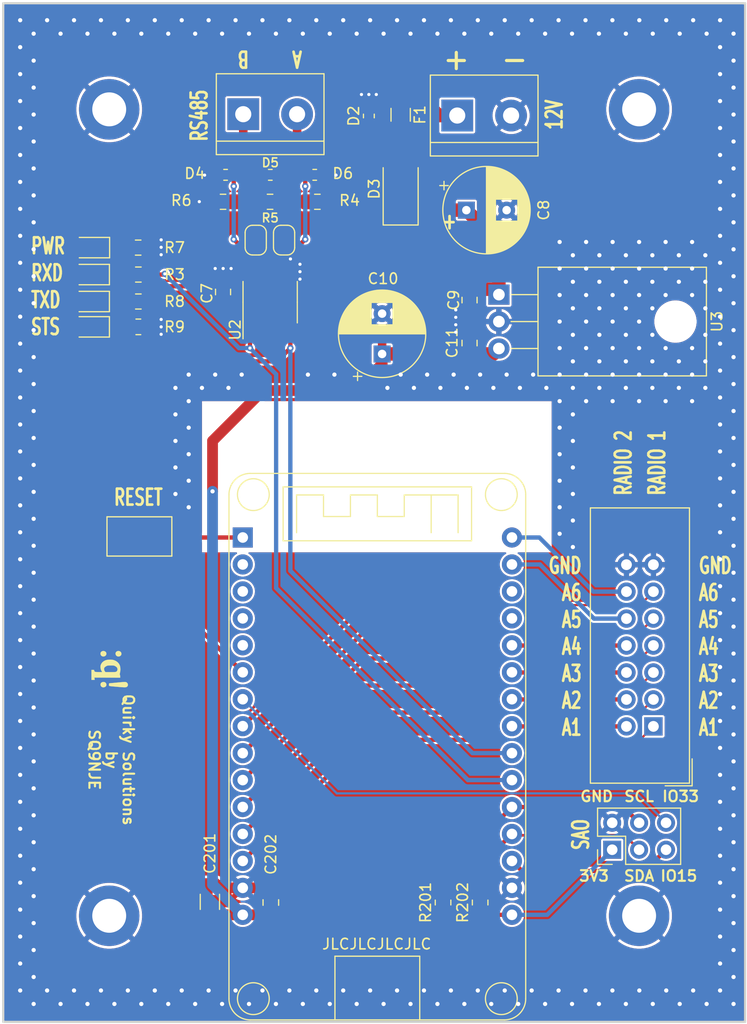
<source format=kicad_pcb>
(kicad_pcb (version 20241229) (generator "pcbnew") (generator_version "9.0")
  (title_block (title "6x2 Matrix Antenna Switch - Interface Module") (date "2025-07-19") (rev "1.1") (company "SQ9NJE Quirky Solutions"))
  (layers (0 "F.Cu" signal) (2 "B.Cu" signal) (13 "F.Paste" user) (15 "B.Paste" user) (5 "F.SilkS" user "F.Silkscreen") (7 "B.SilkS" user "B.Silkscreen") (1 "F.Mask" user) (3 "B.Mask" user) (25 "Edge.Cuts" user))
  (net 0 "")
  (net 1 "GND")
  (net 2 "+5V")
  (net 3 "Net-(D3-K)")
  (net 4 "Net-(D2-A1)")
  (net 5 "Net-(D7-K)")
  (net 6 "Net-(D8-K)")
  (net 7 "Net-(D9-K)")
  (net 8 "Net-(J3-Pin_1)")
  (net 9 "RS485_B")
  (net 10 "RS485_A")
  (net 11 "RXD2")
  (net 12 "TXD2")
  (net 15 "A1R1")
  (net 16 "A1R2")
  (net 17 "A2R1")
  (net 18 "A2R2")
  (net 19 "A3R1")
  (net 20 "A3R2")
  (net 21 "A4R1")
  (net 22 "A4R2")
  (net 23 "A5R1")
  (net 24 "A5R2")
  (net 25 "A6R1")
  (net 26 "A6R2")
  (net 27 "Net-(JP1-Pad2)")
  (net 28 "Net-(JP2-Pad2)")
  (net 33 "Net-(D10-K)")
  (net 34 "Net-(D10-A)")
  (net 35 "/ESP32/SDA")
  (net 36 "/ESP32/SCL")
  (net 37 "+3V3")
  (net 38 "/ESP32/GPIO15")
  (net 39 "/ESP32/GPIO33")
  (net 40 "Net-(U201-EN)")
  (footprint "Capacitor_THT:CP_Radial_D8.0mm_P3.80mm" (layer "F.Cu") (at 143.7 119.5)
    (property "Reference" "C8")
    (property "Value" "100u")
  )
  (footprint "Capacitor_SMD:C_0805_2012Metric_Pad1.15x1.40mm_HandSolder" (layer "F.Cu") (at 144 127.975 -90)
    (property "Reference" "C9")
    (property "Value" "100n")
  )
  (footprint "Capacitor_THT:CP_Radial_D8.0mm_P3.80mm" (layer "F.Cu") (at 135.75 133.052651 90)
    (property "Reference" "C10")
    (property "Value" "100u")
  )
  (footprint "Capacitor_SMD:C_0805_2012Metric_Pad1.15x1.40mm_HandSolder" (layer "F.Cu") (at 144 132.025 90)
    (property "Reference" "C11")
    (property "Value" "100n")
  )
  (footprint "Resistor_SMD:R_0603_1608Metric_Pad1.05x0.95mm_HandSolder" (layer "F.Cu") (at 134.5 110.625 90)
    (property "Reference" "D2")
    (property "Value" "TSDU24V")
  )
  (footprint "Resistor_SMD:R_0603_1608Metric_Pad1.05x0.95mm_HandSolder" (layer "F.Cu") (at 120.982 116.172)
    (property "Reference" "D4")
    (property "Value" "TSDU24V")
  )
  (footprint "Resistor_SMD:R_0603_1608Metric_Pad1.05x0.95mm_HandSolder" (layer "F.Cu") (at 125.201 116.172)
    (property "Reference" "D5")
    (property "Value" "TSDU24V")
  )
  (footprint "Resistor_SMD:R_0603_1608Metric_Pad1.05x0.95mm_HandSolder" (layer "F.Cu") (at 129.392 116.172)
    (property "Reference" "D6")
    (property "Value" "TSDU24V")
  )
  (footprint "LED_SMD:LED_0805_2012Metric_Pad1.15x1.40mm_HandSolder" (layer "F.Cu") (at 108.16 125.57 180)
    (property "Reference" "D7" (hide yes))
    (property "Value" "LED_Small")
  )
  (footprint "LED_SMD:LED_0805_2012Metric_Pad1.15x1.40mm_HandSolder" (layer "F.Cu") (at 108.178 123.03 180)
    (property "Reference" "D8" (hide yes))
    (property "Value" "LED_Small")
  )
  (footprint "LED_SMD:LED_0805_2012Metric_Pad1.15x1.40mm_HandSolder" (layer "F.Cu") (at 108.16 128.11 180)
    (property "Reference" "D9" (hide yes))
    (property "Value" "LED_Small" (hide yes))
  )
  (footprint "Fuse:Fuse_1206_3216Metric_Pad1.42x1.75mm_HandSolder" (layer "F.Cu") (at 137.5 110.5125 -90)
    (property "Reference" "F1")
    (property "Value" "0ZCJ0025AF2E")
  )
  (footprint "TerminalBlock:TerminalBlock_bornier-2_P5.08mm" (layer "F.Cu") (at 142.84 110.584)
    (property "Reference" "J3" (hide yes))
    (property "Value" "Conn_01x02")
  )
  (footprint "TerminalBlock:TerminalBlock_bornier-2_P5.08mm" (layer "F.Cu") (at 122.647 110.457)
    (property "Reference" "J4" (hide yes))
    (property "Value" "Conn_01x02")
  )
  (footprint "Jumper:SolderJumper-2_P1.3mm_Bridged_RoundedPad1.0x1.5mm" (layer "F.Cu") (at 126.5 122.324338 90)
    (property "Reference" "JP1" (hide yes))
    (property "Value" "Jumper_NC_Small" (hide yes))
  )
  (footprint "Resistor_SMD:R_0805_2012Metric_Pad1.15x1.40mm_HandSolder" (layer "F.Cu") (at 112.75 125.57)
    (property "Reference" "R3")
    (property "Value" "2.2k" (hide yes))
  )
  (footprint "Resistor_SMD:R_0805_2012Metric_Pad1.15x1.40mm_HandSolder" (layer "F.Cu") (at 129.641 118.712 180)
    (property "Reference" "R4")
    (property "Value" "1k")
  )
  (footprint "Resistor_SMD:R_0805_2012Metric_Pad1.15x1.40mm_HandSolder" (layer "F.Cu") (at 125.178 118.712 180)
    (property "Reference" "R5")
    (property "Value" "120")
  )
  (footprint "Resistor_SMD:R_0805_2012Metric_Pad1.15x1.40mm_HandSolder" (layer "F.Cu") (at 120.742 118.712 180)
    (property "Reference" "R6")
    (property "Value" "1k")
  )
  (footprint "Resistor_SMD:R_0805_2012Metric_Pad1.15x1.40mm_HandSolder" (layer "F.Cu") (at 112.732 123.03)
    (property "Reference" "R7")
    (property "Value" "2.2k" (hide yes))
  )
  (footprint "Resistor_SMD:R_0805_2012Metric_Pad1.15x1.40mm_HandSolder" (layer "F.Cu") (at 112.75 128.11)
    (property "Reference" "R8")
    (property "Value" "2.2k" (hide yes))
  )
  (footprint "Package_SO:SOIC-8_3.9x4.9mm_P1.27mm" (layer "F.Cu") (at 125.187 128.172 90)
    (property "Reference" "U2")
    (property "Value" "MAX13487" (hide yes))
  )
  (footprint "Package_TO_SOT_THT:TO-220-3_Horizontal_TabDown" (layer "F.Cu") (at 146.77 127.46 -90)
    (property "Reference" "U3")
    (property "Value" "LM7805_TO220")
  )
  (footprint "MountingHole:MountingHole_3.2mm_M3_ISO7380_Pad" (layer "F.Cu") (at 110 110)
    (property "Reference" "H101" (hide yes))
    (property "Value" "MountingHole_Pad" (hide yes))
  )
  (footprint "MountingHole:MountingHole_3.2mm_M3_ISO7380_Pad" (layer "F.Cu") (at 110 186)
    (property "Reference" "H103" (hide yes))
    (property "Value" "MountingHole_Pad" (hide yes))
  )
  (footprint "Capacitor_SMD:C_0805_2012Metric_Pad1.15x1.40mm_HandSolder" (layer "F.Cu") (at 120.742 127.212 -90)
    (property "Reference" "C7")
    (property "Value" "100n" (hide yes))
  )
  (footprint "Jumper:SolderJumper-2_P1.3mm_Bridged_RoundedPad1.0x1.5mm" (layer "F.Cu") (at 123.825 122.324338 90)
    (property "Reference" "JP2" (hide yes))
    (property "Value" "Jumper_NC_Small" (hide yes))
  )
  (footprint "Button_Switch_SMD:SW_SPST_CK_RS282G05A3" (layer "F.Cu") (at 112.85 150.25)
    (property "Reference" "SW1" (hide yes))
    (property "Value" "SW_Push")
  )
  (footprint "Connector_IDC:IDC-Header_2x07_P2.54mm_Vertical" (layer "F.Cu") (at 161.347 168.152 180)
    (property "Reference" "J2" (hide yes))
    (property "Value" "Conn_02x07_Odd_Even" (hide yes))
  )
  (footprint "Diode_SMD:D_SMA" (layer "F.Cu") (at 137.5 117.5 90)
    (property "Reference" "D3")
    (property "Value" "ER1B")
  )
  (footprint "Capacitor_SMD:C_1206_3216Metric_Pad1.33x1.80mm_HandSolder" (layer "F.Cu") (at 119.5 184.6875 90)
    (property "Reference" "C201")
    (property "Value" "22u")
  )
  (footprint "Connector_PinHeader_2.54mm:PinHeader_2x03_P2.54mm_Vertical" (layer "F.Cu") (at 157.46 179.775 90)
    (property "Reference" "J201" (hide yes))
    (property "Value" "Conn_02x03" (hide yes))
  )
  (footprint "MountingHole:MountingHole_3.2mm_M3_ISO7380_Pad" (layer "F.Cu") (at 160 110)
    (property "Reference" "H102" (hide yes))
    (property "Value" "MountingHole_Pad" (hide yes))
  )
  (footprint "Fiducial:Fiducial_1mm_Mask2mm" (layer "F.Cu") (at 105 105)
    (property "Reference" "FID101" (hide yes))
    (property "Value" "Fiducial")
  )
  (footprint "LED_SMD:LED_0805_2012Metric_Pad1.15x1.40mm_HandSolder" (layer "F.Cu") (at 108.16 130.5 180)
    (property "Reference" "D10" (hide yes))
    (property "Value" "LED_Small")
  )
  (footprint "Capacitor_SMD:C_0805_2012Metric_Pad1.18x1.45mm_HandSolder" (layer "F.Cu") (at 125.25 184.75 90)
    (property "Reference" "C202")
    (property "Value" "100n")
  )
  (footprint "MountingHole:MountingHole_3.2mm_M3_ISO7380_Pad" (layer "F.Cu") (at 160 186)
    (property "Reference" "H104" (hide yes))
    (property "Value" "MountingHole_Pad" (hide yes))
  )
  (footprint "QS Logo:qs_logo" (layer "F.Cu") (at 110 162.8 -90)
    (property "Reference" "Ref**" (hide yes))
    (property "Value" "Val**" (hide yes))
  )
  (footprint "Fiducial:Fiducial_1mm_Mask2mm" (layer "F.Cu") (at 105 191)
    (property "Reference" "FID102" (hide yes))
    (property "Value" "Fiducial")
  )
  (footprint "Fiducial:Fiducial_1mm_Mask2mm" (layer "F.Cu") (at 165 105)
    (property "Reference" "FID103" (hide yes))
    (property "Value" "Fiducial")
  )
  (footprint "ESP32 DevKit:esp32_devkit_v1_doit" (layer "F.Cu") (at 135.3 150.35)
    (property "Reference" "U201" (hide yes))
    (property "Value" "~")
  )
  (footprint "Resistor_SMD:R_0805_2012Metric_Pad1.20x1.40mm_HandSolder" (layer "F.Cu") (at 141.5 184.75 90)
    (property "Reference" "R201")
    (property "Value" "10k")
  )
  (footprint "Resistor_SMD:R_0805_2012Metric_Pad1.20x1.40mm_HandSolder" (layer "F.Cu") (at 145 184.75 90)
    (property "Reference" "R202")
    (property "Value" "10k")
  )
  (footprint "Resistor_SMD:R_0805_2012Metric_Pad1.20x1.40mm_HandSolder" (layer "F.Cu") (at 112.75 130.5)
    (property "Reference" "R9")
    (property "Value" "470")
  )
  (gr_line (start 100 100) (end 170 100) (stroke (width 0.2)) (layer "Edge.Cuts"))
  (gr_line (start 170 100) (end 170 196) (stroke (width 0.2)) (layer "Edge.Cuts"))
  (gr_line (start 100 100) (end 100 196) (stroke (width 0.2)) (layer "Edge.Cuts"))
  (gr_line (start 100 196) (end 170 196) (stroke (width 0.2)) (layer "Edge.Cuts"))
  (gr_text "GND" (at 154.705 153.01 0) (layer "F.SilkS") (effects (font (size 1.5 1) (thickness 0.25)) (justify right)))
  (gr_text "A5" (at 165.5 158.09 0) (layer "F.SilkS") (effects (font (size 1.5 1) (thickness 0.25)) (justify left)))
  (gr_text "A6" (at 165.5 155.55 0) (layer "F.SilkS") (effects (font (size 1.5 1) (thickness 0.25)) (justify left)))
  (gr_text "A4" (at 165.5 160.63 0) (layer "F.SilkS") (effects (font (size 1.5 1) (thickness 0.25)) (justify left)))
  (gr_text "A3" (at 165.5 163.17 0) (layer "F.SilkS") (effects (font (size 1.5 1) (thickness 0.25)) (justify left)))
  (gr_text "A1" (at 165.5 168.25 0) (layer "F.SilkS") (effects (font (size 1.5 1) (thickness 0.25)) (justify left)))
  (gr_text "GND" (at 165.5 153.01 0) (layer "F.SilkS") (effects (font (size 1.5 1) (thickness 0.25)) (justify left)))
  (gr_text "A2" (at 165.5 165.71 0) (layer "F.SilkS") (effects (font (size 1.5 1) (thickness 0.25)) (justify left)))
  (gr_text "RESET" (at 112.75 146.567 0) (layer "F.SilkS") (effects (font (size 1.5 1) (thickness 0.25))))
  (gr_text "-" (at 147.193 120.523 0) (layer "F.SilkS") (effects (font (size 1.5 1) (thickness 0.25))))
  (gr_text "12V" (at 152 110.5 90) (layer "F.SilkS") (effects (font (size 1.5 1) (thickness 0.25))))
  (gr_text "IO15" (at 163.75 182.25 0) (layer "F.SilkS") (effects (font (size 1 1) (thickness 0.2) (bold yes))))
  (gr_text "RXD" (at 102.5 125.42 0) (layer "F.SilkS") (effects (font (size 1.5 1) (thickness 0.25)) (justify left)))
  (gr_text "A" (at 127.727001 105.25 180) (layer "F.SilkS") (effects (font (size 1.5 1) (thickness 0.25))))
  (gr_text "+" (at 142.113 120.523 0) (layer "F.SilkS") (effects (font (size 1.5 1) (thickness 0.25))))
  (gr_text "A1" (at 154.705 168.25 0) (layer "F.SilkS") (effects (font (size 1.5 1) (thickness 0.25)) (justify right)))
  (gr_text "3V3" (at 155.75 182.25 0) (layer "F.SilkS") (effects (font (size 1 1) (thickness 0.2) (bold yes))))
  (gr_text "A5" (at 154.705 158.09 0) (layer "F.SilkS") (effects (font (size 1.5 1) (thickness 0.25)) (justify right)))
  (gr_text "A3" (at 154.705 163.17 0) (layer "F.SilkS") (effects (font (size 1.5 1) (thickness 0.25)) (justify right)))
  (gr_text "RS485" (at 118.5 110.584 90) (layer "F.SilkS") (effects (font (size 1.5 1) (thickness 0.25))))
  (gr_text "IO33" (at 163.92 174.75 0) (layer "F.SilkS") (effects (font (size 1 1) (thickness 0.2) (bold yes))))
  (gr_text "SAO" (at 154.5 176.75 90) (layer "F.SilkS") (effects (font (size 1.5 1) (thickness 0.25)) (justify right)))
  (gr_text "JLCJLCJLCJLC" (at 130 189.25 0) (layer "F.SilkS") (effects (font (size 1 1)) (justify left bottom)))
  (gr_text "GND" (at 156 174.75 0) (layer "F.SilkS") (effects (font (size 1 1) (thickness 0.2) (bold yes))))
  (gr_text "B" (at 122.647 105.25 180) (layer "F.SilkS") (effects (font (size 1.5 1) (thickness 0.25))))
  (gr_text "TXD" (at 102.5 127.96 0) (layer "F.SilkS") (effects (font (size 1.5 1) (thickness 0.25)) (justify left)))
  (gr_text "SDA" (at 160 182.25 0) (layer "F.SilkS") (effects (font (size 1 1) (thickness 0.2))))
  (gr_text "STS" (at 102.5 130.5 0) (layer "F.SilkS") (effects (font (size 1.5 1) (thickness 0.25)) (justify left)))
  (gr_text "Quirky Solutions\nby\nSQ9NJE" (at 108 171.3 270) (layer "F.SilkS") (effects (font (size 1 1) (thickness 0.2) (bold yes)) (justify bottom)))
  (gr_text "SCL\n" (at 160 174.75 0) (layer "F.SilkS") (effects (font (size 1 1) (thickness 0.2) (bold yes))))
  (gr_text "A6" (at 154.705 155.55 0) (layer "F.SilkS") (effects (font (size 1.5 1) (thickness 0.25)) (justify right)))
  (gr_text "A2" (at 154.705 165.71 0) (layer "F.SilkS") (effects (font (size 1.5 1) (thickness 0.25)) (justify right)))
  (gr_text "A4" (at 154.705 160.63 0) (layer "F.SilkS") (effects (font (size 1.5 1) (thickness 0.25)) (justify right)))
  (gr_text "RADIO 2" (at 158.515 140.1 90) (layer "F.SilkS") (effects (font (size 1.5 1) (thickness 0.25)) (justify right)))
  (gr_text "PWR" (at 102.5 122.88 0) (layer "F.SilkS") (effects (font (size 1.5 1) (thickness 0.25)) (justify left)))
  (gr_text "+" (at 142.75 105.25 0) (layer "F.SilkS") (effects (font (size 2 2) (thickness 0.3))))
  (gr_text "RADIO 1" (at 161.69 140.1 90) (layer "F.SilkS") (effects (font (size 1.5 1) (thickness 0.25)) (justify right)))
  (gr_text "-" (at 148.25 105.25 0) (layer "F.SilkS") (effects (font (size 2 2) (thickness 0.3))))
  (segment (start 121.12 183.37) (end 122.6 183.37) (width 1.016) (layer "F.Cu") (net 1))
  (segment (start 120.875 183.125) (end 121.12 183.37) (width 1.016) (layer "F.Cu") (net 1))
  (segment (start 124.9075 183.37) (end 125.25 183.7125) (width 1.016) (layer "F.Cu") (net 1))
  (segment (start 122.6 183.37) (end 124.9075 183.37) (width 1.016) (layer "F.Cu") (net 1))
  (segment (start 119.5 183.125) (end 120.875 183.125) (width 1.016) (layer "F.Cu") (net 1))
  (via (at 168.91 113.03) (size 0.8) (drill 0.4) (layers "F.Cu" "B.Cu") (net 1))
  (via (at 133.35 102.87) (size 0.8) (drill 0.4) (layers "F.Cu" "B.Cu") (net 1))
  (via (at 115.57 194.31) (size 0.8) (drill 0.4) (layers "F.Cu" "B.Cu") (net 1))
  (via (at 102.87 184.15) (size 0.8) (drill 0.4) (layers "F.Cu" "B.Cu") (net 1))
  (via (at 152.5 150) (size 0.8) (drill 0.4) (layers "F.Cu" "B.Cu") (net 1))
  (via (at 123.19 194.31) (size 0.8) (drill 0.4) (layers "F.Cu" "B.Cu") (net 1))
  (via (at 139.7 101.6) (size 0.8) (drill 0.4) (layers "F.Cu" "B.Cu") (net 1))
  (via (at 168.91 110.49) (size 0.8) (drill 0.4) (layers "F.Cu" "B.Cu") (net 1))
  (via (at 155 132.5) (size 0.8) (drill 0.4) (layers "F.Cu" "B.Cu") (net 1))
  (via (at 116.25 136.25) (size 0.8) (drill 0.4) (layers "F.Cu" "B.Cu") (net 1))
  (via (at 101.6 124.46) (size 0.8) (drill 0.4) (layers "F.Cu" "B.Cu") (net 1))
  (via (at 156.25 136.25) (size 0.8) (drill 0.4) (layers "F.Cu" "B.Cu") (net 1))
  (via (at 168.91 153.67) (size 0.8) (drill 0.4) (layers "F.Cu" "B.Cu") (net 1))
  (via (at 167.64 109.22) (size 0.8) (drill 0.4) (layers "F.Cu" "B.Cu") (net 1))
  (via (at 143.75 136.25) (size 0.8) (drill 0.4) (layers "F.Cu" "B.Cu") (net 1))
  (via (at 121.5 125) (size 0.6) (drill 0.3) (layers "F.Cu" "B.Cu") (net 1))
  (via (at 157.48 101.6) (size 0.8) (drill 0.4) (layers "F.Cu" "B.Cu") (net 1))
  (via (at 167.64 162.56) (size 0.8) (drill 0.4) (layers "F.Cu" "B.Cu") (net 1))
  (via (at 133.8 108.6) (size 0.6) (drill 0.3) (layers "F.Cu" "B.Cu") (net 1))
  (via (at 152.5 132.5) (size 0.8) (drill 0.4) (layers "F.Cu" "B.Cu") (net 1))
  (via (at 161.25 136.25) (size 0.8) (drill 0.4) (layers "F.Cu" "B.Cu") (net 1))
  (via (at 152.4 101.6) (size 0.8) (drill 0.4) (layers "F.Cu" "B.Cu") (net 1))
  (via (at 168.91 186.69) (size 0.8) (drill 0.4) (layers "F.Cu" "B.Cu") (net 1))
  (via (at 144.78 193.04) (size 0.8) (drill 0.4) (layers "F.Cu" "B.Cu") (net 1))
  (via (at 152.5 127.5) (size 0.8) (drill 0.4) (layers "F.Cu" "B.Cu") (net 1))
  (via (at 158.75 102.87) (size 0.8) (drill 0.4) (layers "F.Cu" "B.Cu") (net 1))
  (via (at 142.5 135) (size 0.8) (drill 0.4) (layers "F.Cu" "B.Cu") (net 1))
  (via (at 146.05 194.31) (size 0.8) (drill 0.4) (layers "F.Cu" "B.Cu") (net 1))
  (via (at 118.11 194.31) (size 0.8) (drill 0.4) (layers "F.Cu" "B.Cu") (net 1))
  (via (at 102.87 146.05) (size 0.8) (drill 0.4) (layers "F.Cu" "B.Cu") (net 1))
  (via (at 167.64 132.08) (size 0.8) (drill 0.4) (layers "F.Cu" "B.Cu") (net 1))
  (via (at 102.87 168.91) (size 0.8) (drill 0.4) (layers "F.Cu" "B.Cu") (net 1))
  (via (at 155 135) (size 0.8) (drill 0.4) (layers "F.Cu" "B.Cu") (net 1))
  (via (at 167.64 104.14) (size 0.8) (drill 0.4) (layers "F.Cu" "B.Cu") (net 1))
  (via (at 156.21 102.87) (size 0.8) (drill 0.4) (layers "F.Cu" "B.Cu") (net 1))
  (via (at 166.25 136.25) (size 0.8) (drill 0.4) (layers "F.Cu" "B.Cu") (net 1))
  (via (at 102.87 107.95) (size 0.8) (drill 0.4) (layers "F.Cu" "B.Cu") (net 1))
  (via (at 168.91 118.11) (size 0.8) (drill 0.4) (layers "F.Cu" "B.Cu") (net 1))
  (via (at 119.38 193.04) (size 0.8) (drill 0.4) (layers "F.Cu" "B.Cu") (net 1))
  (via (at 168.91 171.45) (size 0.8) (drill 0.4) (layers "F.Cu" "B.Cu") (net 1))
  (via (at 113.03 102.87) (size 0.8) (drill 0.4) (layers "F.Cu" "B.Cu") (net 1))
  (via (at 167.64 114.3) (size 0.8) (drill 0.4) (layers "F.Cu" "B.Cu") (net 1))
  (via (at 101.6 139.7) (size 0.8) (drill 0.4) (layers "F.Cu" "B.Cu") (net 1))
  (via (at 158.75 128.75) (size 0.8) (drill 0.4) (layers "F.Cu" "B.Cu") (net 1))
  (via (at 158.75 123.75) (size 0.8) (drill 0.4) (layers "F.Cu" "B.Cu") (net 1))
  (via (at 102.87 158.75) (size 0.8) (drill 0.4) (layers "F.Cu" "B.Cu") (net 1))
  (via (at 102.87 128.27) (size 0.8) (drill 0.4) (layers "F.Cu" "B.Cu") (net 1))
  (via (at 142.24 193.04) (size 0.8) (drill 0.4) (layers "F.Cu" "B.Cu") (net 1))
  (via (at 114.9 122.3) (size 0.6) (drill 0.3) (layers "F.Cu" "B.Cu") (net 1))
  (via (at 153.75 136.25) (size 0.8) (drill 0.4) (layers "F.Cu" "B.Cu") (net 1))
  (via (at 142.7 131) (size 0.6) (drill 0.3) (layers "F.Cu" "B.Cu") (net 1))
  (via (at 167.64 127) (size 0.8) (drill 0.4) (layers "F.Cu" "B.Cu") (net 1))
  (via (at 168.91 166.37) (size 0.8) (drill 0.4) (layers "F.Cu" "B.Cu") (net 1))
  (via (at 101.6 106.68) (size 0.8) (drill 0.4) (layers "F.Cu" "B.Cu") (net 1))
  (via (at 117.5 140) (size 0.8) (drill 0.4) (layers "F.Cu" "B.Cu") (net 1))
  (via (at 160.02 193.04) (size 0.8) (drill 0.4) (layers "F.Cu" "B.Cu") (net 1))
  (via (at 110.49 102.87) (size 0.8) (drill 0.4) (layers "F.Cu" "B.Cu") (net 1))
  (via (at 168.91 123.19) (size 0.8) (drill 0.4) (layers "F.Cu" "B.Cu") (net 1))
  (via (at 168.91 173.99) (size 0.8) (drill 0.4) (layers "F.Cu" "B.Cu") (net 1))
  (via (at 154.94 101.6) (size 0.8) (drill 0.4) (layers "F.Cu" "B.Cu") (net 1))
  (via (at 161.25 126.25) (size 0.8) (drill 0.4) (layers "F.Cu" "B.Cu") (net 1))
  (via (at 101.6 154.94) (size 0.8) (drill 0.4) (layers "F.Cu" "B.Cu") (net 1))
  (via (at 163.83 194.31) (size 0.8) (drill 0.4) (layers "F.Cu" "B.Cu") (net 1))
  (via (at 148.59 102.87) (size 0.8) (drill 0.4) (layers "F.Cu" "B.Cu") (net 1))
  (via (at 156.25 133.75) (size 0.8) (drill 0.4) (layers "F.Cu" "B.Cu") (net 1))
  (via (at 133.35 194.31) (size 0.8) (drill 0.4) (layers "F.Cu" "B.Cu") (net 1))
  (via (at 102.87 140.97) (size 0.8) (drill 0.4) (layers "F.Cu" "B.Cu") (net 1))
  (via (at 168.91 156.21) (size 0.8) (drill 0.4) (layers "F.Cu" "B.Cu") (net 1))
  (via (at 152.4 193.04) (size 0.8) (drill 0.4) (layers "F.Cu" "B.Cu") (net 1))
  (via (at 138.43 102.87) (size 0.8) (drill 0.4) (layers "F.Cu" "B.Cu") (net 1))
  (via (at 147.32 193.04) (size 0.8) (drill 0.4) (layers "F.Cu" "B.Cu") (net 1))
  (via (at 114.9 123.7) (size 0.6) (drill 0.3) (layers "F.Cu" "B.Cu") (net 1))
  (via (at 153.75 131.25) (size 0.8) (drill 0.4) (layers "F.Cu" "B.Cu") (net 1))
  (via (at 102.87 163.83) (size 0.8) (drill 0.4) (layers "F.Cu" "B.Cu") (net 1))
  (via (at 106.68 101.6) (size 0.8) (drill 0.4) (layers "F.Cu" "B.Cu") (net 1))
  (via (at 168.91 194.31) (size 0.8) (drill 0.4) (layers "F.Cu" "B.Cu") (net 1))
  (via (at 162.5 135) (size 0.8) (drill 0.4) (layers "F.Cu" "B.Cu") (net 1))
  (via (at 101.6 109.22) (size 0.8) (drill 0.4) (layers "F.Cu" "B.Cu") (net 1))
  (via (at 166.25 126.25) (size 0.8) (drill 0.4) (layers "F.Cu" "B.Cu") (net 1))
  (via (at 120.65 102.87) (size 0.8) (drill 0.4) (layers "F.Cu" "B.Cu") (net 1))
  (via (at 101.6 180.34) (size 0.8) (drill 0.4) (layers "F.Cu" "B.Cu") (net 1))
  (via (at 157.5 137.5) (size 0.8) (drill 0.4) (layers "F.Cu" "B.Cu") (net 1))
  (via (at 163.75 136.25) (size 0.8) (drill 0.4) (layers "F.Cu" "B.Cu") (net 1))
  (via (at 163.75 133.75) (size 0.8) (drill 0.4) (layers "F.Cu" "B.Cu") (net 1))
  (via (at 116.25 146.25) (size 0.8) (drill 0.4) (layers "F.Cu" "B.Cu") (net 1))
  (via (at 155 137.5) (size 0.8) (drill 0.4) (layers "F.Cu" "B.Cu") (net 1))
  (via (at 131.25 135) (size 0.8) (drill 0.4) (layers "F.Cu" "B.Cu") (net 1))
  (via (at 157.48 193.04) (size 0.8) (drill 0.4) (layers "F.Cu" "B.Cu") (net 1))
  (via (at 167.64 157.48) (size 0.8) (drill 0.4) (layers "F.Cu" "B.Cu") (net 1))
  (via (at 161.25 131.25) (size 0.8) (drill 0.4) (layers "F.Cu" "B.Cu") (net 1))
  (via (at 102.87 166.37) (size 0.8) (drill 0.4) (layers "F.Cu" "B.Cu") (net 1))
  (via (at 122.5 135) (size 0.8) (drill 0.4) (layers "F.Cu" "B.Cu") (net 1))
  (via (at 105.41 102.87) (size 0.8) (drill 0.4) (layers "F.Cu" "B.Cu") (net 1))
  (via (at 102.87 115.57) (size 0.8) (drill 0.4) (layers "F.Cu" "B.Cu") (net 1))
  (via (at 160 135) (size 0.8) (drill 0.4) (layers "F.Cu" "B.Cu") (net 1))
  (via (at 134.5 108.6) (size 0.6) (drill 0.3) (layers "F.Cu" "B.Cu") (net 1))
  (via (at 139.7 193.04) (size 0.8) (drill 0.4) (layers "F.Cu" "B.Cu") (net 1))
  (via (at 153.75 141.25) (size 0.8) (drill 0.4) (layers "F.Cu" "B.Cu") (net 1))
  (via (at 127 101.6) (size 0.8) (drill 0.4) (layers "F.Cu" "B.Cu") (net 1))
  (via (at 101.6 177.8) (size 0.8) (drill 0.4) (layers "F.Cu" "B.Cu") (net 1))
  (via (at 168.91 140.97) (size 0.8) (drill 0.4) (layers "F.Cu" "B.Cu") (net 1))
  (via (at 152.5 125) (size 0.8) (drill 0.4) (layers "F.Cu" "B.Cu") (net 1))
  (via (at 120 135) (size 0.8) (drill 0.4) (layers "F.Cu" "B.Cu") (net 1))
  (via (at 102.87 113.03) (size 0.8) (drill 0.4) (layers "F.Cu" "B.Cu") (net 1))
  (via (at 102.87 143.51) (size 0.8) (drill 0.4) (layers "F.Cu" "B.Cu") (net 1))
  (via (at 137.16 101.6) (size 0.8) (drill 0.4) (layers "F.Cu" "B.Cu") (net 1))
  (via (at 102.87 110.49) (size 0.8) (drill 0.4) (layers "F.Cu" "B.Cu") (net 1))
  (via (at 101.6 142.24) (size 0.8) (drill 0.4) (layers "F.Cu" "B.Cu") (net 1))
  (via (at 167.64 160.02) (size 0.8) (drill 0.4) (layers "F.Cu" "B.Cu") (net 1))
  (via (at 167.64 177.8) (size 0.8) (drill 0.4) (layers "F.Cu" "B.Cu") (net 1))
  (via (at 128.27 194.31) (size 0.8) (drill 0.4) (layers "F.Cu" "B.Cu") (net 1))
  (via (at 102.87 189.23) (size 0.8) (drill 0.4) (layers "F.Cu" "B.Cu") (net 1))
  (via (at 168.91 133.35) (size 0.8) (drill 0.4) (layers "F.Cu" "B.Cu") (net 1))
  (via (at 101.6 129.54) (size 0.8) (drill 0.4) (layers "F.Cu" "B.Cu") (net 1))
  (via (at 102.87 102.87) (size 0.8) (drill 0.4) (layers "F.Cu" "B.Cu") (net 1))
  (via (at 129.54 193.04) (size 0.8) (drill 0.4) (layers "F.Cu" "B.Cu") (net 1))
  (via (at 162.5 127.5) (size 0.8) (drill 0.4) (layers "F.Cu" "B.Cu") (net 1))
  (via (at 165 122.5) (size 0.8) (drill 0.4) (layers "F.Cu" "B.Cu") (net 1))
  (via (at 168.91 130.81) (size 0.8) (drill 0.4) (layers "F.Cu" "B.Cu") (net 1))
  (via (at 124.46 193.04) (size 0.8) (drill 0.4) (layers "F.Cu" "B.Cu") (net 1))
  (via (at 120.75 125) (size 0.6) (drill 0.3) (layers "F.Cu" "B.Cu") (net 1))
  (via (at 123.19 102.87) (size 0.8) (drill 0.4) (layers "F.Cu" "B.Cu") (net 1))
  (via (at 160 137.5) (size 0.8) (drill 0.4) (layers "F.Cu" "B.Cu") (net 1))
  (via (at 163.83 102.87) (size 0.8) (drill 0.4) (layers "F.Cu" "B.Cu") (net 1))
  (via (at 167.64 187.96) (size 0.8) (drill 0.4) (layers "F.Cu" "B.Cu") (net 1))
  (via (at 168.91 146.05) (size 0.8) (drill 0.4) (layers "F.Cu" "B.Cu") (net 1))
  (via (at 158.75 194.31) (size 0.8) (drill 0.4) (layers "F.Cu" "B.Cu") (net 1))
  (via (at 101.6 160.02) (size 0.8) (drill 0.4) (layers "F.Cu" "B.Cu") (net 1))
  (via (at 167.64 106.68) (size 0.8) (drill 0.4) (layers "F.Cu" "B.Cu") (net 1))
  (via (at 110.49 194.31) (size 0.8) (drill 0.4) (layers "F.Cu" "B.Cu") (net 1))
  (via (at 167.64 119.38) (size 0.8) (drill 0.4) (layers "F.Cu" "B.Cu") (net 1))
  (via (at 166.25 131.25) (size 0.8) (drill 0.4) (layers "F.Cu" "B.Cu") (net 1))
  (via (at 142.24 101.6) (size 0.8) (drill 0.4) (layers "F.Cu" "B.Cu") (net 1))
  (via (at 121.92 193.04) (size 0.8) (drill 0.4) (layers "F.Cu" "B.Cu") (net 1))
  (via (at 116.84 101.6) (size 0.8) (drill 0.4) (layers "F.Cu" "B.Cu") (net 1))
  (via (at 165.1 101.6) (size 0.8) (drill 0.4) (layers "F.Cu" "B.Cu") (net 1))
  (via (at 141.25 136.25) (size 0.8) (drill 0.4) (layers "F.Cu" "B.Cu") (net 1))
  (via (at 149.86 101.6) (size 0.8) (drill 0.4) (layers "F.Cu" "B.Cu") (net 1))
  (via (at 156.21 194.31) (size 0.8) (drill 0.4) (layers "F.Cu" "B.Cu") (net 1))
  (via (at 158.75 133.75) (size 0.8) (drill 0.4) (layers "F.Cu" "B.Cu") (net 1))
  (via (at 167.64 147.32) (size 0.8) (drill 0.4) (layers "F.Cu" "B.Cu") (net 1))
  (via (at 160 130) (size 0.8) (drill 0.4) (layers "F.Cu" "B.Cu") (net 1))
  (via (at 153.75 148.75) (size 0.8) (drill 0.4) (layers "F.Cu" "B.Cu") (net 1))
  (via (at 157.5 122.5) (size 0.8) (drill 0.4) (layers "F.Cu" "B.Cu") (net 1))
  (via (at 102.87 173.99) (size 0.8) (drill 0.4) (layers "F.Cu" "B.Cu") (net 1))
  (via (at 153.75 146.25) (size 0.8) (drill 0.4) (layers "F.Cu" "B.Cu") (net 1))
  (via (at 109.22 193.04) (size 0.8) (drill 0.4) (layers "F.Cu" "B.Cu") (net 1))
  (via (at 155 125) (size 0.8) (drill 0.4) (layers "F.Cu" "B.Cu") (net 1))
  (via (at 168.91 176.53) (size 0.8) (drill 0.4) (layers "F.Cu" "B.Cu") (net 1))
  (via (at 158.75 131.25) (size 0.8) (drill 0.4) (layers "F.Cu" "B.Cu") (net 1))
  (via (at 117.5 135) (size 0.8) (drill 0.4) (layers "F.Cu" "B.Cu") (net 1))
  (via (at 135.89 194.31) (size 0.8) (drill 0.4) (layers "F.Cu" "B.Cu") (net 1))
  (via (at 165 137.5) (size 0.8) (drill 0.4) (layers "F.Cu" "B.Cu") (net 1))
  (via (at 101.6 111.76) (size 0.8) (drill 0.4) (layers "F.Cu" "B.Cu") (net 1))
  (via (at 142.7 130.3) (size 0.6) (drill 0.3) (layers "F.Cu" "B.Cu") (net 1))
  (via (at 158.75 126.25) (size 0.8) (drill 0.4) (layers "F.Cu" "B.Cu") (net 1))
  (via (at 168.91 148.59) (size 0.8) (drill 0.4) (layers "F.Cu" "B.Cu") (net 1))
  (via (at 114.3 101.6) (size 0.8) (drill 0.4) (layers "F.Cu" "B.Cu") (net 1))
  (via (at 151.25 136.25) (size 0.8) (drill 0.4) (layers "F.Cu" "B.Cu") (net 1))
  (via (at 114.9 130.5) (size 0.6) (drill 0.3) (layers "F.Cu" "B.Cu") (net 1))
  (via (at 124.46 101.6) (size 0.8) (drill 0.4) (layers "F.Cu" "B.Cu") (net 1))
  (via (at 161.25 123.75) (size 0.8) (drill 0.4) (layers "F.Cu" "B.Cu") (net 1))
  (via (at 167.64 124.46) (size 0.8) (drill 0.4) (layers "F.Cu" "B.Cu") (net 1))
  (via (at 153.75 123.75) (size 0.8) (drill 0.4) (layers "F.Cu" "B.Cu") (net 1))
  (via (at 117.5 142.5) (size 0.8) (drill 0.4) (layers "F.Cu" "B.Cu") (net 1))
  (via (at 162.5 132.5) (size 0.8) (drill 0.4) (layers "F.Cu" "B.Cu") (net 1))
  (via (at 160 132.5) (size 0.8) (drill 0.4) (layers "F.Cu" "B.Cu") (net 1))
  (via (at 168.91 191.77) (size 0.8) (drill 0.4) (layers "F.Cu" "B.Cu") (net 1))
  (via (at 101.6 190.5) (size 0.8) (drill 0.4) (layers "F.Cu" "B.Cu") (net 1))
  (via (at 161.25 128.75) (size 0.8) (drill 0.4) (layers "F.Cu" "B.Cu") (net 1))
  (via (at 166.25 128.75) (size 0.8) (drill 0.4) (layers "F.Cu" "B.Cu") (net 1))
  (via (at 167.64 167.64) (size 0.8) (drill 0.4) (layers "F.Cu" "B.Cu") (net 1))
  (via (at 134.62 193.04) (size 0.8) (drill 0.4) (layers "F.Cu" "B.Cu") (net 1))
  (via (at 158.75 136.25) (size 0.8) (drill 0.4) (layers "F.Cu" "B.Cu") (net 1))
  (via (at 119.38 101.6) (size 0.8) (drill 0.4) (layers "F.Cu" "B.Cu") (net 1))
  (via (at 102.87 151.13) (size 0.8) (drill 0.4) (layers "F.Cu" "B.Cu") (net 1))
  (via (at 157.5 130) (size 0.8) (drill 0.4) (layers "F.Cu" "B.Cu") (net 1))
  (via (at 102.87 179.07) (size 0.8) (drill 0.4) (layers "F.Cu" "B.Cu") (net 1))
  (via (at 102.87 194.31) (size 0.8) (drill 0.4) (layers "F.Cu" "B.Cu") (net 1))
  (via (at 143.51 194.31) (size 0.8) (drill 0.4) (layers "F.Cu" "B.Cu") (net 1))
  (via (at 101.6 114.3) (size 0.8) (drill 0.4) (layers "F.Cu" "B.Cu") (net 1))
  (via (at 153.75 138.75) (size 0.8) (drill 0.4) (layers "F.Cu" "B.Cu") (net 1))
  (via (at 152.5 137.5) (size 0.8) (drill 0.4) (layers "F.Cu" "B.Cu") (net 1))
  (via (at 102.87 130.81) (size 0.8) (drill 0.4) (layers "F.Cu" "B.Cu") (net 1))
  (via (at 118.75 136.25) (size 0.8) (drill 0.4) (layers "F.Cu" "B.Cu") (net 1))
  (via (at 101.6 147.32) (size 0.8) (drill 0.4) (layers "F.Cu" "B.Cu") (net 1))
  (via (at 132.08 101.6) (size 0.8) (drill 0.4) (layers "F.Cu" "B.Cu") (net 1))
  (via (at 101.6 193.04) (size 0.8) (drill 0.4) (layers "F.Cu" "B.Cu") (net 1))
  (via (at 167.64 165.1) (size 0.8) (drill 0.4) (layers "F.Cu" "B.Cu") (net 1))
  (via (at 117.5 145) (size 0.8) (drill 0.4) (layers "F.Cu" "B.Cu") (net 1))
  (via (at 156.25 126.25) (size 0.8) (drill 0.4) (layers "F.Cu" "B.Cu") (net 1))
  (via (at 101.6 144.78) (size 0.8) (drill 0.4) (layers "F.Cu" "B.Cu") (net 1))
  (via (at 155 130) (size 0.8) (drill 0.4) (layers "F.Cu" "B.Cu") (net 1))
  (via (at 168.91 161.29) (size 0.8) (drill 0.4) (layers "F.Cu" "B.Cu") (net 1))
  (via (at 129.54 101.6) (size 0.8) (drill 0.4) (layers "F.Cu" "B.Cu") (net 1))
  (via (at 157.5 125) (size 0.8) (drill 0.4) (layers "F.Cu" "B.Cu") (net 1))
  (via (at 128 126) (size 0.6) (drill 0.3) (layers "F.Cu" "B.Cu") (net 1))
  (via (at 152.5 140) (size 0.8) (drill 0.4) (layers "F.Cu" "B.Cu") (net 1))
  (via (at 125.73 102.87) (size 0.8) (drill 0.4) (layers "F.Cu" "B.Cu") (net 1))
  (via (at 101.6 175.26) (size 0.8) (drill 0.4) (layers "F.Cu" "B.Cu") (net 1))
  (via (at 168.91 102.87) (size 0.8) (drill 0.4) (layers "F.Cu" "B.Cu") (net 1))
  (via (at 153.67 194.31) (size 0.8) (drill 0.4) (layers "F.Cu" "B.Cu") (net 1))
  (via (at 101.6 162.56) (size 0.8) (drill 0.4) (layers "F.Cu" "B.Cu") (net 1))
  (via (at 168.91 158.75) (size 0.8) (drill 0.4) (layers "F.Cu" "B.Cu") (net 1))
  (via (at 162.56 193.04) (size 0.8) (drill 0.4) (layers "F.Cu" "B.Cu") (net 1))
  (via (at 118.11 102.87) (size 0.8) (drill 0.4) (layers "F.Cu" "B.Cu") (net 1))
  (via (at 151.13 102.87) (size 0.8) (drill 0.4) (layers "F.Cu" "B.Cu") (net 1))
  (via (at 168.91 135.89) (size 0.8) (drill 0.4) (layers "F.Cu" "B.Cu") (net 1))
  (via (at 107.95 102.87) (size 0.8) (drill 0.4) (layers "F.Cu" "B.Cu") (net 1))
  (via (at 130.81 194.31) (size 0.8) (drill 0.4) (layers "F.Cu" "B.Cu") (net 1))
  (via (at 101.6 157.48) (size 0.8) (drill 0.4) (layers "F.Cu" "B.Cu") (net 1))
  (via (at 150 135) (size 0.8) (drill 0.4) (layers "F.Cu" "B.Cu") (net 1))
  (via (at 111.76 193.04) (size 0.8) (drill 0.4) (layers "F.Cu" "B.Cu") (net 1))
  (via (at 148.59 194.31) (size 0.8) (drill 0.4) (layers "F.Cu" "B.Cu") (net 1))
  (via (at 111.76 101.6) (size 0.8) (drill 0.4) (layers "F.Cu" "B.Cu") (net 1))
  (via (at 153.75 151.25) (size 0.8) (drill 0.4) (layers "F.Cu" "B.Cu") (net 1))
  (via (at 152.5 135) (size 0.8) (drill 0.4) (layers "F.Cu" "B.Cu") (net 1))
  (via (at 153.75 128.75) (size 0.8) (drill 0.4) (layers "F.Cu" "B.Cu") (net 1))
  (via (at 160 125) (size 0.8) (drill 0.4) (layers "F.Cu" "B.Cu") (net 1))
  (via (at 114.9 129.8) (size 0.6) (drill 0.3) (layers "F.Cu" "B.Cu") (net 1))
  (via (at 116.25 138.75) (size 0.8) (drill 0.4) (layers "F.Cu" "B.Cu") (net 1))
  (via (at 168.91 107.95) (size 0.8) (drill 0.4) (layers "F.Cu" "B.Cu") (net 1))
  (via (at 102.87 191.77) (size 0.8) (drill 0.4) (layers "F.Cu" "B.Cu") (net 1))
  (via (at 168.91 189.23) (size 0.8) (drill 0.4) (layers "F.Cu" "B.Cu") (net 1))
  (via (at 153.75 133.75) (size 0.8) (drill 0.4) (layers "F.Cu" "B.Cu") (net 1))
  (via (at 136.25 136.25) (size 0.8) (drill 0.4) (layers "F.Cu" "B.Cu") (net 1))
  (via (at 142.7 128.9) (size 0.6) (drill 0.3) (layers "F.Cu" "B.Cu") (net 1))
  (via (at 143.51 102.87) (size 0.8) (drill 0.4) (layers "F.Cu" "B.Cu") (net 1))
  (via (at 167.64 137.16) (size 0.8) (drill 0.4) (layers "F.Cu" "B.Cu") (net 1))
  (via (at 131.4 116.2) (size 0.6) (drill 0.3) (layers "F.Cu" "B.Cu") (net 1))
  (via (at 167.64 142.24) (size 0.8) (drill 0.4) (layers "F.Cu" "B.Cu") (net 1))
  (via (at 157.5 132.5) (size 0.8) (drill 0.4) (layers "F.Cu" "B.Cu") (net 1))
  (via (at 138.43 194.31) (size 0.8) (drill 0.4) (layers "F.Cu" "B.Cu") (net 1))
  (via (at 118.5 118.7) (size 0.6) (drill 0.3) (layers "F.Cu" "B.Cu") (net 1))
  (via (at 155 127.5) (size 0.8) (drill 0.4) (layers "F.Cu" "B.Cu") (net 1))
  (via (at 162.5 137.5) (size 0.8) (drill 0.4) (layers "F.Cu" "B.Cu") (net 1))
  (via (at 101.6 127) (size 0.8) (drill 0.4) (layers "F.Cu" "B.Cu") (net 1))
  (via (at 168.91 120.65) (size 0.8) (drill 0.4) (layers "F.Cu" "B.Cu") (net 1))
  (via (at 146.25 136.25) (size 0.8) (drill 0.4) (layers "F.Cu" "B.Cu") (net 1))
  (via (at 137.16 193.04) (size 0.8) (drill 0.4) (layers "F.Cu" "B.Cu") (net 1))
  (via (at 149.86 193.04) (size 0.8) (drill 0.4) (layers "F.Cu" "B.Cu") (net 1))
  (via (at 153.75 143.75) (size 0.8) (drill 0.4) (layers "F.Cu" "B.Cu") (net 1))
  (via (at 104.14 193.04) (size 0.8) (drill 0.4) (layers "F.Cu" "B.Cu") (net 1))
  (via (at 101.6 104.14) (size 0.8) (drill 0.4) (layers "F.Cu" "B.Cu") (net 1))
  (via (at 167.64 154.94) (size 0.8) (drill 0.4) (layers "F.Cu" "B.Cu") (net 1))
  (via (at 114.9 131.2) (size 0.6) (drill 0.3) (layers "F.Cu" "B.Cu") (net 1))
  (via (at 162.5 125) (size 0.8) (drill 0.4) (layers "F.Cu" "B.Cu") (net 1))
  (via (at 102.87 138.43) (size 0.8) (drill 0.4) (layers "F.Cu" "B.Cu") (net 1))
  (via (at 119 116.2) (size 0.6) (drill 0.3) (layers "F.Cu" "B.Cu") (net 1))
  (via (at 167.64 152.4) (size 0.8) (drill 0.4) (layers "F.Cu" "B.Cu") (net 1))
  (via (at 101.6 167.64) (size 0.8) (drill 0.4) (layers "F.Cu" "B.Cu") (net 1))
  (via (at 161.29 194.31) (size 0.8) (drill 0.4) (layers "F.Cu" "B.Cu") (net 1))
  (via (at 128 124.6) (size 0.6) (drill 0.3) (layers "F.Cu" "B.Cu") (net 1))
  (via (at 121.25 136.25) (size 0.8) (drill 0.4) (layers "F.Cu" "B.Cu") (net 1))
  (via (at 101.6 170.18) (size 0.8) (drill 0.4) (layers "F.Cu" "B.Cu") (net 1))
  (via (at 102.87 171.45) (size 0.8) (drill 0.4) (layers "F.Cu" "B.Cu") (net 1))
  (via (at 167.64 134.62) (size 0.8) (drill 0.4) (layers "F.Cu" "B.Cu") (net 1))
  (via (at 127 193.04) (size 0.8) (drill 0.4) (layers "F.Cu" "B.Cu") (net 1))
  (via (at 102.87 133.35) (size 0.8) (drill 0.4) (layers "F.Cu" "B.Cu") (net 1))
  (via (at 166.25 123.75) (size 0.8) (drill 0.4) (layers "F.Cu" "B.Cu") (net 1))
  (via (at 130.81 102.87) (size 0.8) (drill 0.4) (layers "F.Cu" "B.Cu") (net 1))
  (via (at 101.6 132.08) (size 0.8) (drill 0.4) (layers "F.Cu" "B.Cu") (net 1))
  (via (at 102.87 181.61) (size 0.8) (drill 0.4) (layers "F.Cu" "B.Cu") (net 1))
  (via (at 101.6 152.4) (size 0.8) (drill 0.4) (layers "F.Cu" "B.Cu") (net 1))
  (via (at 102.87 176.53) (size 0.8) (drill 0.4) (layers "F.Cu" "B.Cu") (net 1))
  (via (at 117.5 137.5) (size 0.8) (drill 0.4) (layers "F.Cu" "B.Cu") (net 1))
  (via (at 113.03 194.31) (size 0.8) (drill 0.4) (layers "F.Cu" "B.Cu") (net 1))
  (via (at 160 127.5) (size 0.8) (drill 0.4) (layers "F.Cu" "B.Cu") (net 1))
  (via (at 166.37 194.31) (size 0.8) (drill 0.4) (layers "F.Cu" "B.Cu") (net 1))
  (via (at 120.65 194.31) (size 0.8) (drill 0.4) (layers "F.Cu" "B.Cu") (net 1))
  (via (at 160 122.5) (size 0.8) (drill 0.4) (layers "F.Cu" "B.Cu") (net 1))
  (via (at 168.91 181.61) (size 0.8) (drill 0.4) (layers "F.Cu" "B.Cu") (net 1))
  (via (at 163.75 123.75) (size 0.8) (drill 0.4) (layers "F.Cu" "B.Cu") (net 1))
  (via (at 152.5 147.5) (size 0.8) (drill 0.4) (layers "F.Cu" "B.Cu") (net 1))
  (via (at 101.6 185.42) (size 0.8) (drill 0.4) (layers "F.Cu" "B.Cu") (net 1))
  (via (at 101.6 187.96) (size 0.8) (drill 0.4) (layers "F.Cu" "B.Cu") (net 1))
  (via (at 165 132.5) (size 0.8) (drill 0.4) (layers "F.Cu" "B.Cu") (net 1))
  (via (at 167.64 121.92) (size 0.8) (drill 0.4) (layers "F.Cu" "B.Cu") (net 1))
  (via (at 160.02 101.6) (size 0.8) (drill 0.4) (layers "F.Cu" "B.Cu") (net 1))
  (via (at 165 127.5) (size 0.8) (drill 0.4) (layers "F.Cu" "B.Cu") (net 1))
  (via (at 153.75 126.25) (size 0.8) (drill 0.4) (layers "F.Cu" "B.Cu") (net 1))
  (via (at 153.67 102.87) (size 0.8) (drill 0.4) (layers "F.Cu" "B.Cu") (net 1))
  (via (at 147.5 135) (size 0.8) (drill 0.4) (layers "F.Cu" "B.Cu") (net 1))
  (via (at 102.87 148.59) (size 0.8) (drill 0.4) (layers "F.Cu" "B.Cu") (net 1))
  (via (at 168.91 138.43) (size 0.8) (drill 0.4) (layers "F.Cu" "B.Cu") (net 1))
  (via (at 105.41 194.31) (size 0.8) (drill 0.4) (layers "F.Cu" "B.Cu") (net 1))
  (via (at 165 125) (size 0.8) (drill 0.4) (layers "F.Cu" "B.Cu") (net 1))
  (via (at 101.6 137.16) (size 0.8) (drill 0.4) (layers "F.Cu" "B.Cu") (net 1))
  (via (at 152.5 145) (size 0.8) (drill 0.4) (layers "F.Cu" "B.Cu") (net 1))
  (via (at 102.87 120.65) (size 0.8) (drill 0.4) (layers "F.Cu" "B.Cu") (net 1))
  (via (at 167.64 116.84) (size 0.8) (drill 0.4) (layers "F.Cu" "B.Cu") (net 1))
  (via (at 101.6 149.86) (size 0.8) (drill 0.4) (layers "F.Cu" "B.Cu") (net 1))
  (via (at 101.6 134.62) (size 0.8) (drill 0.4) (layers "F.Cu" "B.Cu") (net 1))
  (via (at 138.75 136.25) (size 0.8) (drill 0.4) (layers "F.Cu" "B.Cu") (net 1))
  (via (at 102.87 161.29) (size 0.8) (drill 0.4) (layers "F.Cu" "B.Cu") (net 1))
  (via (at 157.5 127.5) (size 0.8) (drill 0.4) (layers "F.Cu" "B.Cu") (net 1))
  (via (at 116.84 193.04) (size 0.8) (drill 0.4) (layers "F.Cu" "B.Cu") (net 1))
  (via (at 168.91 125.73) (size 0.8) (drill 0.4) (layers "F.Cu" "B.Cu") (net 1))
  (via (at 116.25 141.25) (size 0.8) (drill 0.4) (layers "F.Cu" "B.Cu") (net 1))
  (via (at 101.6 101.6) (size 0.8) (drill 0.4) (layers "F.Cu" "B.Cu") (net 1))
  (via (at 161.25 133.75) (size 0.8) (drill 0.4) (layers "F.Cu" "B.Cu") (net 1))
  (via (at 140.97 194.31) (size 0.8) (drill 0.4) (layers "F.Cu" "B.Cu") (net 1))
  (via (at 145 135) (size 0.8) (drill 0.4) (layers "F.Cu" "B.Cu") (net 1))
  (via (at 102.87 135.89) (size 0.8) (drill 0.4) (layers "F.Cu" "B.Cu") (net 1))
  (via (at 166.25 133.75) (size 0.8) (drill 0.4) (layers "F.Cu" "B.Cu") (net 1))
  (via (at 167.64 139.7) (size 0.8) (drill 0.4) (layers "F.Cu" "B.Cu") (net 1))
  (via (at 140 135) (size 0.8) (drill 0.4) (layers "F.Cu" "B.Cu") (net 1))
  (via (at 165.1 193.04) (size 0.8) (drill 0.4) (layers "F.Cu" "B.Cu") (net 1))
  (via (at 168.91 128.27) (size 0.8) (drill 0.4) (layers "F.Cu" "B.Cu") (net 1))
  (via (at 155 122.5) (size 0.8) (drill 0.4) (layers "F.Cu" "B.Cu") (net 1))
  (via (at 147.32 101.6) (size 0.8) (drill 0.4) (layers "F.Cu" "B.Cu") (net 1))
  (via (at 167.64 111.76) (size 0.8) (drill 0.4) (layers "F.Cu" "B.Cu") (net 1))
  (via (at 167.64 144.78) (size 0.8) (drill 0.4) (layers "F.Cu" "B.Cu") (net 1))
  (via (at 135.89 102.87) (size 0.8) (drill 0.4) (layers "F.Cu" "B.Cu") (net 1))
  (via (at 116.25 143.75) (size 0.8) (drill 0.4) (layers "F.Cu" "B.Cu") (net 1))
  (via (at 151.13 194.31) (size 0.8) (drill 0.4) (layers "F.Cu" "B.Cu") (net 1))
  (via (at 167.64 193.04) (size 0.8) (drill 0.4) (layers "F.Cu" "B.Cu") (net 1))
  (via (at 162.56 101.6) (size 0.8) (drill 0.4) (layers "F.Cu" "B.Cu") (net 1))
  (via (at 117.5 147.5) (size 0.8) (drill 0.4) (layers "F.Cu" "B.Cu") (net 1))
  (via (at 161.29 102.87) (size 0.8) (drill 0.4) (layers "F.Cu" "B.Cu") (net 1))
  (via (at 168.91 143.51) (size 0.8) (drill 0.4) (layers "F.Cu" "B.Cu") (net 1))
  (via (at 127.1 124.1) (size 0.6) (drill 0.3) (layers "F.Cu" "B.Cu") (net 1))
  (via (at 152.5 122.5) (size 0.8) (drill 0.4) (layers "F.Cu" "B.Cu") (net 1))
  (via (at 144.78 101.6) (size 0.8) (drill 0.4) (layers "F.Cu" "B.Cu") (net 1))
  (via (at 134.62 101.6) (size 0.8) (drill 0.4) (layers "F.Cu" "B.Cu") (net 1))
  (via (at 102.87 118.11) (size 0.8) (drill 0.4) (layers "F.Cu" "B.Cu") (net 1))
  (via (at 167.64 182.88) (size 0.8) (drill 0.4) (layers "F.Cu" "B.Cu") (net 1))
  (via (at 165 135) (size 0.8) (drill 0.4) (layers "F.Cu" "B.Cu") (net 1))
  (via (at 167.64 149.86) (size 0.8) (drill 0.4) (layers "F.Cu" "B.Cu") (net 1))
  (via (at 135.2 108.6) (size 0.6) (drill 0.3) (layers "F.Cu" "B.Cu") (net 1))
  (via (at 120 125) (size 0.6) (drill 0.3) (layers "F.Cu" "B.Cu") (net 1))
  (via (at 115.57 102.87) (size 0.8) (drill 0.4) (layers "F.Cu" "B.Cu") (net 1))
  (via (at 102.87 156.21) (size 0.8) (drill 0.4) (layers "F.Cu" "B.Cu") (net 1))
  (via (at 167.64 190.5) (size 0.8) (drill 0.4) (layers "F.Cu" "B.Cu") (net 1))
  (via (at 140.97 102.87) (size 0.8) (drill 0.4) (layers "F.Cu" "B.Cu") (net 1))
  (via (at 168.91 184.15) (size 0.8) (drill 0.4) (layers "F.Cu" "B.Cu") (net 1))
  (via (at 102.87 153.67) (size 0.8) (drill 0.4) (layers "F.Cu" "B.Cu") (net 1))
  (via (at 114.3 193.04) (size 0.8) (drill 0.4) (layers "F.Cu" "B.Cu") (net 1))
  (via (at 162.5 122.5) (size 0.8) (drill 0.4) (layers "F.Cu" "B.Cu") (net 1))
  (via (at 167.64 101.6) (size 0.8) (drill 0.4) (layers "F.Cu" "B.Cu") (net 1))
  (via (at 157.5 135) (size 0.8) (drill 0.4) (layers "F.Cu" "B.Cu") (net 1))
  (via (at 125.73 194.31) (size 0.8) (drill 0.4) (layers "F.Cu" "B.Cu") (net 1))
  (via (at 101.6 119.38) (size 0.8) (drill 0.4) (layers "F.Cu" "B.Cu") (net 1))
  (via (at 102.87 123.19) (size 0.8) (drill 0.4) (layers "F.Cu" "B.Cu") (net 1))
  (via (at 154.94 193.04) (size 0.8) (drill 0.4) (layers "F.Cu" "B.Cu") (net 1))
  (via (at 156.25 131.25) (size 0.8) (drill 0.4) (layers "F.Cu" "B.Cu") (net 1))
  (via (at 101.6 172.72) (size 0.8) (drill 0.4) (layers "F.Cu" "B.Cu") (net 1))
  (via (at 128.27 102.87) (size 0.8) (drill 0.4) (layers "F.Cu" "B.Cu") (net 1))
  (via (at 104.14 101.6) (size 0.8) (drill 0.4) (layers "F.Cu" "B.Cu") (net 1))
  (via (at 109.22 101.6) (size 0.8) (drill 0.4) (layers "F.Cu" "B.Cu") (net 1))
  (via (at 102.87 125.73) (size 0.8) (drill 0.4) (layers "F.Cu" "B.Cu") (net 1))
  (via (at 146.05 102.87) (size 0.8) (drill 0.4) (layers "F.Cu" "B.Cu") (net 1))
  (via (at 107.95 194.31) (size 0.8) (drill 0.4) (layers "F.Cu" "B.Cu") (net 1))
  (via (at 168.91 168.91) (size 0.8) (drill 0.4) (layers "F.Cu" "B.Cu") (net 1))
  (via (at 166.37 102.87) (size 0.8) (drill 0.4) (layers "F.Cu" "B.Cu") (net 1))
  (via (at 101.6 165.1) (size 0.8) (drill 0.4) (layers "F.Cu" "B.Cu") (net 1))
  (via (at 168.91 163.83) (size 0.8) (drill 0.4) (layers "F.Cu" "B.Cu") (net 1))
  (via (at 168.91 179.07) (size 0.8) (drill 0.4) (layers "F.Cu" "B.Cu") (net 1))
  (via (at 128.75 135) (size 0.8) (drill 0.4) (layers "F.Cu" "B.Cu") (net 1))
  (via (at 156.25 128.75) (size 0.8) (drill 0.4) (layers "F.Cu" "B.Cu") (net 1))
  (via (at 163.75 126.25) (size 0.8) (drill 0.4) (layers "F.Cu" "B.Cu") (net 1))
  (via (at 102.87 105.41) (size 0.8) (drill 0.4) (layers "F.Cu" "B.Cu") (net 1))
  (via (at 102.87 186.69) (size 0.8) (drill 0.4) (layers "F.Cu" "B.Cu") (net 1))
  (via (at 132.08 193.04) (size 0.8) (drill 0.4) (layers "F.Cu" "B.Cu") (net 1))
  (via (at 121.92 101.6) (size 0.8) (drill 0.4) (layers "F.Cu" "B.Cu") (net 1))
  (via (at 168.91 105.41) (size 0.8) (drill 0.4) (layers "F.Cu" "B.Cu") (net 1))
  (via (at 167.64 185.42) (size 0.8) (drill 0.4) (layers "F.Cu" "B.Cu") (net 1))
  (via (at 142.7 129.6) (size 0.6) (drill 0.3) (layers "F.Cu" "B.Cu") (net 1))
  (via (at 114.9 123) (size 0.6) (drill 0.3) (layers "F.Cu" "B.Cu") (net 1))
  (via (at 167.64 170.18) (size 0.8) (drill 0.4) (layers "F.Cu" "B.Cu") (net 1))
  (via (at 152.5 142.5) (size 0.8) (drill 0.4) (layers "F.Cu" "B.Cu") (net 1))
  (via (at 101.6 182.88) (size 0.8) (drill 0.4) (layers "F.Cu" "B.Cu") (net 1))
  (via (at 156.25 123.75) (size 0.8) (drill 0.4) (layers "F.Cu" "B.Cu") (net 1))
  (via (at 168.91 151.13) (size 0.8) (drill 0.4) (layers "F.Cu" "B.Cu") (net 1))
  (via (at 168.91 115.57) (size 0.8) (drill 0.4) (layers "F.Cu" "B.Cu") (net 1))
  (via (at 167.64 180.34) (size 0.8) (drill 0.4) (layers "F.Cu" "B.Cu") (net 1))
  (via (at 101.6 121.92) (size 0.8) (drill 0.4) (layers "F.Cu" "B.Cu") (net 1))
  (via (at 128 125.3) (size 0.6) (drill 0.3) (layers "F.Cu" "B.Cu") (net 1))
  (via (at 167.64 172.72) (size 0.8) (drill 0.4) (layers "F.Cu" "B.Cu") (net 1))
  (via (at 137.5 135) (size 0.8) (drill 0.4) (layers "F.Cu" "B.Cu") (net 1))
  (via (at 152.5 130) (size 0.8) (drill 0.4) (layers "F.Cu" "B.Cu") (net 1))
  (via (at 167.64 175.26) (size 0.8) (drill 0.4) (layers "F.Cu" "B.Cu") (net 1))
  (via (at 101.6 116.84) (size 0.8) (drill 0.4) (layers "F.Cu" "B.Cu") (net 1))
  (via (at 167.64 129.54) (size 0.8) (drill 0.4) (layers "F.Cu" "B.Cu") (net 1))
  (via (at 106.68 193.04) (size 0.8) (drill 0.4) (layers "F.Cu" "B.Cu") (net 1))
  (via (at 148.75 136.25) (size 0.8) (drill 0.4) (layers "F.Cu" "B.Cu") (net 1))
  (segment (start 146.26 133.05) (end 146.77 132.54) (width 1.27) (layer "F.Cu") (net 2))
  (segment (start 125.75 128.237) (end 124.5 128.237) (width 0.8128) (layer "F.Cu") (net 2))
  (segment (start 135.75 133.052651) (end 135.75 131.75) (width 0.8128) (layer "F.Cu") (net 2))
  (segment (start 124.552 130.647) (end 124.552 128.289) (width 0.6096) (layer "F.Cu") (net 2))
  (segment (start 120.742 128.237) (end 119.1792 126.6742) (width 0.4064) (layer "F.Cu") (net 2))
  (segment (start 124.552 128.289) (end 124.5 128.237) (width 0.6096) (layer "F.Cu") (net 2))
  (segment (start 144 133.05) (end 135.752651 133.05) (width 1.27) (layer "F.Cu") (net 2))
  (segment (start 119.5 186.25) (end 120.75 186.25) (width 1.016) (layer "F.Cu") (net 2))
  (segment (start 130.666 118.712) (end 132.237 120.283) (width 0.4064) (layer "F.Cu") (net 2))
  (segment (start 124.5 136.5) (end 119.75 141.25) (width 1.016) (layer "F.Cu") (net 2))
  (segment (start 107.135 126.75) (end 107.135 125.57) (width 0.8128) (layer "F.Cu") (net 2))
  (segment (start 135.752651 133.05) (end 135.752651 133.997349) (width 1.016) (layer "F.Cu") (net 2))
  (segment (start 133.25 136.5) (end 124.5 136.5) (width 1.016) (layer "F.Cu") (net 2))
  (segment (start 123.282 128.205) (end 123.25 128.237) (width 0.6096) (layer "F.Cu") (net 2))
  (segment (start 119.75 141.25) (end 119.75 146) (width 1.016) (layer "F.Cu") (net 2))
  (segment (start 135.752651 133.05) (end 135.752651 132.752651) (width 0.8128) (layer "F.Cu") (net 2))
  (segment (start 123.25 128.237) (end 120.742 128.237) (width 0.8128) (layer "F.Cu") (net 2))
  (segment (start 107.135 128.11) (end 107.135 126.75) (width 0.8128) (layer "F.Cu") (net 2))
  (segment (start 135.75 131.75) (end 132.237 128.237) (width 0.8128) (layer "F.Cu") (net 2))
  (segment (start 125.822 130.647) (end 125.822 128.309) (width 0.6096) (layer "F.Cu") (net 2))
  (segment (start 123.282 125.697) (end 123.282 128.205) (width 0.6096) (layer "F.Cu") (net 2))
  (segment (start 122.6 185.91) (end 125.1275 185.91) (width 1.016) (layer "F.Cu") (net 2))
  (segment (start 125.1275 185.91) (end 125.25 185.7875) (width 1.016) (layer "F.Cu") (net 2))
  (segment (start 132.237 120.283) (end 132.237 128.237) (width 0.4064) (layer "F.Cu") (net 2))
  (segment (start 144 133.05) (end 146.26 133.05) (width 1.27) (layer "F.Cu") (net 2))
  (segment (start 121.09 185.91) (end 122.6 185.91) (width 1.016) (layer "F.Cu") (net 2))
  (segment (start 132.237 128.237) (end 125.75 128.237) (width 0.8128) (layer "F.Cu") (net 2))
  (segment (start 135.752651 133.997349) (end 133.25 136.5) (width 1.016) (layer "F.Cu") (net 2))
  (segment (start 107.135 123.048) (end 107.153 123.03) (width 0.8128) (layer "F.Cu") (net 2))
  (segment (start 125.822 128.309) (end 125.75 128.237) (width 0.6096) (layer "F.Cu") (net 2))
  (segment (start 124.5 128.237) (end 123.25 128.237) (width 0.8128) (layer "F.Cu") (net 2))
  (segment (start 135.752651 133.05) (end 135.75 133.052651) (width 1.27) (layer "F.Cu") (net 2))
  (segment (start 107.135 125.57) (end 107.135 123.048) (width 0.8128) (layer "F.Cu") (net 2))
  (segment (start 107.2108 126.6742) (end 107.135 126.75) (width 0.4064) (layer "F.Cu") (net 2))
  (segment (start 119.1792 126.6742) (end 107.2108 126.6742) (width 0.4064) (layer "F.Cu") (net 2))
  (segment (start 120.75 186.25) (end 121.09 185.91) (width 1.016) (layer "F.Cu") (net 2))
  (via (at 119.75 146) (size 0.8) (drill 0.4) (layers "F.Cu" "B.Cu") (net 2))
  (segment (start 119.75 146) (end 119.75 183.06) (width 1.016) (layer "B.Cu") (net 2))
  (segment (start 119.75 183.06) (end 122.6 185.91) (width 1.016) (layer "B.Cu") (net 2))
  (segment (start 137.5 119.5) (end 143.7 119.5) (width 1.27) (layer "F.Cu") (net 3))
  (segment (start 146.77 122.57) (end 143.7 119.5) (width 1.27) (layer "F.Cu") (net 3))
  (segment (start 146.26 126.95) (end 146.77 127.46) (width 1.27) (layer "F.Cu") (net 3))
  (segment (start 146.77 127.46) (end 146.77 122.57) (width 1.27) (layer "F.Cu") (net 3))
  (segment (start 144 126.95) (end 146.26 126.95) (width 1.27) (layer "F.Cu") (net 3))
  (segment (start 136 112) (end 137.5 112) (width 0.8128) (layer "F.Cu") (net 4))
  (segment (start 137.5 112) (end 137.5 115.5) (width 1.27) (layer "F.Cu") (net 4))
  (segment (start 134.5 111.5) (end 135.5 111.5) (width 0.8128) (layer "F.Cu") (net 4))
  (segment (start 135.5 111.5) (end 136 112) (width 0.8128) (layer "F.Cu") (net 4))
  (segment (start 109.185 125.57) (end 111.725 125.57) (width 0.8128) (layer "F.Cu") (net 5))
  (segment (start 109.203 123.03) (end 111.707 123.03) (width 0.8128) (layer "F.Cu") (net 6))
  (segment (start 109.185 128.11) (end 111.725 128.11) (width 0.8128) (layer "F.Cu") (net 7))
  (segment (start 139.475 109.025) (end 137.5 109.025) (width 1.27) (layer "F.Cu") (net 8))
  (segment (start 141.084 110.584) (end 139.5 109) (width 1.27) (layer "F.Cu") (net 8))
  (segment (start 142.84 110.584) (end 141.084 110.584) (width 1.27) (layer "F.Cu") (net 8))
  (segment (start 139.5 109) (end 139.475 109.025) (width 1.27) (layer "F.Cu") (net 8))
  (segment (start 124.552 125.697) (end 124.552 123.552) (width 0.4064) (layer "F.Cu") (net 9))
  (segment (start 123.75 123) (end 122.5 123) (width 0.4064) (layer "F.Cu") (net 9))
  (segment (start 122.647 113.353) (end 121.857 114.143) (width 0.8128) (layer "F.Cu") (net 9))
  (segment (start 122.5 123) (end 121.75 122.25) (width 0.4064) (layer "F.Cu") (net 9))
  (segment (start 121.75 116.279) (end 121.857 116.172) (width 0.4064) (layer "F.Cu") (net 9))
  (segment (start 121.857 116.172) (end 124.326 116.172) (width 0.6096) (layer "F.Cu") (net 9))
  (segment (start 124.552 123.552) (end 123.974338 122.974338) (width 0.4064) (layer "F.Cu") (net 9))
  (segment (start 122.647 110.457) (end 122.647 113.353) (width 0.8128) (layer "F.Cu") (net 9))
  (segment (start 123.974338 122.974338) (end 123.825 122.974338) (width 0.4064) (layer "F.Cu") (net 9))
  (segment (start 121.857 114.143) (end 121.857 116.172) (width 0.8128) (layer "F.Cu") (net 9))
  (segment (start 121.75 117.25) (end 121.75 116.279) (width 0.4064) (layer "F.Cu") (net 9))
  (via (at 121.75 122.25) (size 0.6) (drill 0.3) (layers "F.Cu" "B.Cu") (net 9))
  (via (at 121.75 117.25) (size 0.6) (drill 0.3) (layers "F.Cu" "B.Cu") (net 9))
  (segment (start 121.75 122.25) (end 121.75 117.25) (width 0.4064) (layer "B.Cu") (net 9))
  (segment (start 126.076 116.172) (end 128.517 116.172) (width 0.6096) (layer "F.Cu") (net 10))
  (segment (start 128.517 114.017) (end 128.517 116.172) (width 0.8128) (layer "F.Cu") (net 10))
  (segment (start 128.5 117.25) (end 128.5 116.189) (width 0.4064) (layer "F.Cu") (net 10))
  (segment (start 126 123.474338) (end 126.5 122.974338) (width 0.4064) (layer "F.Cu") (net 10))
  (segment (start 127.75 123) (end 128.5 122.25) (width 0.4064) (layer "F.Cu") (net 10))
  (segment (start 125.822 125.697) (end 125.822 123.678) (width 0.4064) (layer "F.Cu") (net 10))
  (segment (start 127.727 110.457) (end 127.727 113.227) (width 0.8128) (layer "F.Cu") (net 10))
  (segment (start 127.727 113.227) (end 128.517 114.017) (width 0.8128) (layer "F.Cu") (net 10))
  (segment (start 128.5 116.189) (end 128.517 116.172) (width 0.4064) (layer "F.Cu") (net 10))
  (segment (start 126.5 123) (end 127.75 123) (width 0.4064) (layer "F.Cu") (net 10))
  (segment (start 125.822 123.678) (end 126 123.5) (width 0.4064) (layer "F.Cu") (net 10))
  (segment (start 126 123.5) (end 126 123.474338) (width 0.4064) (layer "F.Cu") (net 10))
  (via (at 128.5 122.25) (size 0.6) (drill 0.3) (layers "F.Cu" "B.Cu") (net 10))
  (via (at 128.5 117.25) (size 0.6) (drill 0.3) (layers "F.Cu" "B.Cu") (net 10))
  (segment (start 128.5 122.25) (end 128.5 117.25) (width 0.4064) (layer "B.Cu") (net 10))
  (segment (start 113.775 125.57) (end 115.18 125.57) (width 0.4064) (layer "F.Cu") (net 11))
  (segment (start 115.18 125.57) (end 115.25 125.5) (width 0.4064) (layer "F.Cu") (net 11))
  (segment (start 123.282 130.647) (end 123.282 132.5) (width 0.4064) (layer "F.Cu") (net 11))
  (via (at 123.282 132.5) (size 0.6) (drill 0.3) (layers "F.Cu" "B.Cu") (net 11))
  (via (at 115.25 125.5) (size 0.6) (drill 0.3) (layers "F.Cu" "B.Cu") (net 11))
  (segment (start 125.75 155.11) (end 125.75 134.968) (width 0.4064) (layer "B.Cu") (net 11))
  (segment (start 125.75 155.11) (end 143.85 173.21) (width 0.4064) (layer "B.Cu") (net 11))
  (segment (start 122.25 132.5) (end 123.282 132.5) (width 0.4064) (layer "B.Cu") (net 11))
  (segment (start 125.75 134.968) (end 123.282 132.5) (width 0.4064) (layer "B.Cu") (net 11))
  (segment (start 115.25 125.5) (end 122.25 132.5) (width 0.4064) (layer "B.Cu") (net 11))
  (segment (start 143.85 173.21) (end 148 173.21) (width 0.4064) (layer "B.Cu") (net 11))
  (segment (start 116.11 128.11) (end 121.75 133.75) (width 0.4064) (layer "F.Cu") (net 12))
  (segment (start 113.775 128.11) (end 116.11 128.11) (width 0.4064) (layer "F.Cu") (net 12))
  (segment (start 121.75 133.75) (end 125.842 133.75) (width 0.4064) (layer "F.Cu") (net 12))
  (segment (start 127.092 130.647) (end 127.092 132.5) (width 0.4064) (layer "F.Cu") (net 12))
  (segment (start 125.842 133.75) (end 127.092 132.5) (width 0.4064) (layer "F.Cu") (net 12))
  (via (at 127.092 132.5) (size 0.6) (drill 0.3) (layers "F.Cu" "B.Cu") (net 12))
  (segment (start 144.27758 170.67) (end 148 170.67) (width 0.4064) (layer "B.Cu") (net 12))
  (segment (start 127.092 132.5) (end 127.092 153.48442) (width 0.4064) (layer "B.Cu") (net 12))
  (segment (start 127.092 153.48442) (end 144.27758 170.67) (width 0.4064) (layer "B.Cu") (net 12))
  (segment (start 146.3 169.4174) (end 134.0126 169.4174) (width 0.4064) (layer "F.Cu") (net 15))
  (segment (start 134.0126 169.4174) (end 122.6 180.83) (width 0.4064) (layer "F.Cu") (net 15))
  (segment (start 146.3 169.4174) (end 160.0816 169.4174) (width 0.2032) (layer "F.Cu") (net 15))
  (segment (start 160.0816 169.4174) (end 161.347 168.152) (width 0.2032) (layer "F.Cu") (net 15))
  (segment (start 158.807 168.152) (end 148.022 168.152) (width 0.4064) (layer "F.Cu") (net 16))
  (segment (start 148.022 168.152) (end 148 168.13) (width 0.4064) (layer "F.Cu") (net 16))
  (segment (start 146.3 166.8426) (end 160.1164 166.8426) (width 0.2032) (layer "F.Cu") (net 17))
  (segment (start 146.3 166.8426) (end 134.0474 166.8426) (width 0.4064) (layer "F.Cu") (net 17))
  (segment (start 134.0474 166.8426) (end 122.6 178.29) (width 0.4064) (layer "F.Cu") (net 17))
  (segment (start 160.1164 166.8426) (end 161.347 165.612) (width 0.2032) (layer "F.Cu") (net 17))
  (segment (start 158.807 165.612) (end 148.022 165.612) (width 0.4064) (layer "F.Cu") (net 18))
  (segment (start 148.022 165.612) (end 148 165.59) (width 0.4064) (layer "F.Cu") (net 18))
  (segment (start 160.1164 164.3026) (end 161.347 163.072) (width 0.2032) (layer "F.Cu") (net 19))
  (segment (start 134.0474 164.3026) (end 122.6 175.75) (width 0.4064) (layer "F.Cu") (net 19))
  (segment (start 146.3 164.3026) (end 160.1164 164.3026) (width 0.2032) (layer "F.Cu") (net 19))
  (segment (start 146.3 164.3026) (end 134.0474 164.3026) (width 0.4064) (layer "F.Cu") (net 19))
  (segment (start 158.807 163.072) (end 148.022 163.072) (width 0.4064) (layer "F.Cu") (net 20))
  (segment (start 148.022 163.072) (end 148 163.05) (width 0.4064) (layer "F.Cu") (net 20))
  (segment (start 122.6 173.21) (end 134.06 161.75) (width 0.4064) (layer "F.Cu") (net 21))
  (segment (start 161.347 160.532) (end 160.1164 161.7626) (width 0.2032) (layer "F.Cu") (net 21))
  (segment (start 160.1164 161.7626) (end 146.2626 161.7626) (width 0.2032) (layer "F.Cu") (net 21))
  (segment (start 134.06 161.75) (end 146.2626 161.7626) (width 0.4064) (layer "F.Cu") (net 21))
  (segment (start 148.022 160.532) (end 148 160.51) (width 0.4064) (layer "F.Cu") (net 22))
  (segment (start 158.807 160.532) (end 148.022 160.532) (width 0.4064) (layer "F.Cu") (net 22))
  (segment (start 146.3 159.250119) (end 160.089 159.25) (width 0.2032) (layer "F.Cu") (net 23))
  (segment (start 134.0126 159.2574) (end 122.6 170.67) (width 0.4064) (layer "F.Cu") (net 23))
  (segment (start 160.089 159.25) (end 161.347 157.992) (width 0.2032) (layer "F.Cu") (net 23))
  (segment (start 146.3 159.250119) (end 134.0126 159.2574) (width 0.4064) (layer "F.Cu") (net 23))
  (segment (start 155.742 157.992) (end 150.64 152.89) (width 0.4064) (layer "B.Cu") (net 24))
  (segment (start 150.64 152.89) (end 148 152.89) (width 0.4064) (layer "B.Cu") (net 24))
  (segment (start 158.807 157.992) (end 155.742 157.992) (width 0.4064) (layer "B.Cu") (net 24))
  (segment (start 134.0126 156.7174) (end 146.5326 156.7174) (width 0.4064) (layer "F.Cu") (net 25))
  (segment (start 160.0816 156.7174) (end 146.5326 156.7174) (width 0.2032) (layer "F.Cu") (net 25))
  (segment (start 134.0126 156.7174) (end 122.6 168.13) (width 0.4064) (layer "F.Cu") (net 25))
  (segment (start 161.347 155.452) (end 160.0816 156.7174) (width 0.2032) (layer "F.Cu") (net 25))
  (segment (start 158.807 155.452) (end 155.68886 155.452) (width 0.4064) (layer "B.Cu") (net 26))
  (segment (start 150.58686 150.35) (end 148 150.35) (width 0.4064) (layer "B.Cu") (net 26))
  (segment (start 155.68886 155.452) (end 150.58686 150.35) (width 0.4064) (layer "B.Cu") (net 26))
  (segment (start 126.203 118.712) (end 126.203 120.203) (width 0.4064) (layer "F.Cu") (net 27))
  (segment (start 126.5 120.5) (end 126.5 121.674338) (width 0.4064) (layer "F.Cu") (net 27))
  (segment (start 126.203 118.712) (end 128.616 118.712) (width 0.6096) (layer "F.Cu") (net 27))
  (segment (start 126.203 120.203) (end 126.5 120.5) (width 0.4064) (layer "F.Cu") (net 27))
  (segment (start 121.767 118.712) (end 124.153 118.712) (width 0.6096) (layer "F.Cu") (net 28))
  (segment (start 124.153 120.097) (end 123.825 120.425) (width 0.4064) (layer "F.Cu") (net 28))
  (segment (start 124.153 118.712) (end 124.153 120.097) (width 0.4064) (layer "F.Cu") (net 28))
  (segment (start 123.825 120.425) (end 123.825 121.674338) (width 0.4064) (layer "F.Cu") (net 28))
  (segment (start 109.185 130.5) (end 111.75 130.5) (width 0.8128) (layer "F.Cu") (net 33))
  (segment (start 112.75 153.2) (end 122.6 163.05) (width 0.4064) (layer "F.Cu") (net 34))
  (segment (start 107.135 130.5) (end 107.135 132.385) (width 0.4064) (layer "F.Cu") (net 34))
  (segment (start 107.135 132.385) (end 112.75 138) (width 0.4064) (layer "F.Cu") (net 34))
  (segment (start 112.75 138) (end 112.75 153.2) (width 0.4064) (layer "F.Cu") (net 34))
  (segment (start 145 183.75) (end 145 181.29) (width 0.4064) (layer "F.Cu") (net 35))
  (segment (start 145 181.29) (end 148 178.29) (width 0.4064) (layer "F.Cu") (net 35))
  (segment (start 148.123 178.413) (end 158.638 178.413) (width 0.254) (layer "F.Cu") (net 35))
  (segment (start 158.638 178.413) (end 160 179.775) (width 0.254) (layer "F.Cu") (net 35))
  (segment (start 148 178.29) (end 148.123 178.413) (width 0.254) (layer "F.Cu") (net 35))
  (segment (start 158.515 175.75) (end 160 177.235) (width 0.4064) (layer "F.Cu") (net 36))
  (segment (start 141.5 182.25) (end 148 175.75) (width 0.4064) (layer "F.Cu") (net 36))
  (segment (start 148 175.75) (end 158.515 175.75) (width 0.4064) (layer "F.Cu") (net 36))
  (segment (start 141.5 183.75) (end 141.5 182.25) (width 0.4064) (layer "F.Cu") (net 36))
  (segment (start 148 185.91) (end 146.66 185.91) (width 0.4064) (layer "F.Cu") (net 37))
  (segment (start 146.66 185.91) (end 146.5 185.75) (width 0.4064) (layer "F.Cu") (net 37))
  (segment (start 141.5 185.75) (end 145 185.75) (width 0.4064) (layer "F.Cu") (net 37))
  (segment (start 145 185.75) (end 146.5 185.75) (width 0.4064) (layer "F.Cu") (net 37))
  (segment (start 151.325 185.91) (end 157.46 179.775) (width 0.4064) (layer "B.Cu") (net 37))
  (segment (start 148 185.91) (end 151.325 185.91) (width 0.4064) (layer "B.Cu") (net 37))
  (segment (start 148.949999 181.779999) (end 160.535001 181.779999) (width 0.4064) (layer "F.Cu") (net 38))
  (segment (start 148 180.83) (end 148.949999 181.779999) (width 0.4064) (layer "F.Cu") (net 38))
  (segment (start 160.535001 181.779999) (end 162.54 179.775) (width 0.4064) (layer "F.Cu") (net 38))
  (segment (start 159.7676 174.4626) (end 162.54 177.235) (width 0.2032) (layer "B.Cu") (net 39))
  (segment (start 131.4726 174.4626) (end 159.7676 174.4626) (width 0.2032) (layer "B.Cu") (net 39))
  (segment (start 122.6 165.59) (end 131.4726 174.4626) (width 0.2032) (layer "B.Cu") (net 39))
  (segment (start 116.85 150.35) (end 116.75 150.25) (width 0.4064) (layer "F.Cu") (net 40))
  (segment (start 122.6 150.35) (end 116.85 150.35) (width 0.4064) (layer "F.Cu") (net 40))
  (zone (net 1) (net_name "GND") (layer "F.Cu") (connect_pads (clearance 0.2)) (min_thickness 0.15) (fill yes (thermal_gap 0.254) (thermal_bridge_width 0.508))
    (polygon (pts (xy 170.18 196.215) (xy 99.695 196.215) (xy 99.695 99.695) (xy 170.18 99.695)))
  )
  (zone (net 0) (net_name "") (layers "F.Cu" "B.Cu") (connect_pads (clearance 0)) (min_thickness 0.25)
    (keepout (tracks allowed) (vias allowed) (pads allowed) (copperpour not_allowed) (footprints allowed))
    (fill (thermal_gap 0.5) (thermal_bridge_width 0.5))
    (polygon (pts (xy 118.75 137.5) (xy 118.75 151.75) (xy 151.75 151.75) (xy 151.75 137.5)))
  )
  (zone (net 1) (net_name "GND") (layer "B.Cu") (connect_pads thru_hole_only (clearance 0.2)) (min_thickness 0.15) (fill yes (thermal_gap 0.254) (thermal_bridge_width 0.508))
    (polygon (pts (xy 170.18 196.215) (xy 99.695 196.215) (xy 99.695 99.695) (xy 170.18 99.695)))
  )
)
</source>
